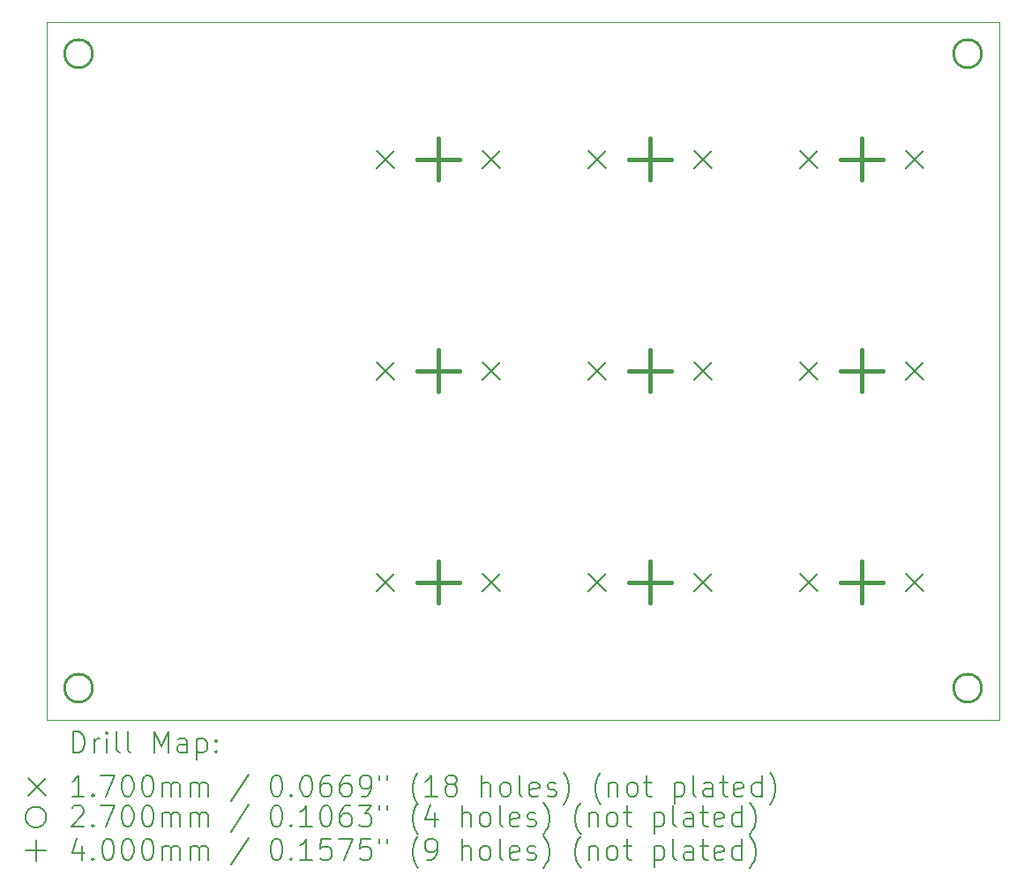
<source format=gbr>
%TF.GenerationSoftware,KiCad,Pcbnew,(6.0.7-1)-1*%
%TF.CreationDate,2022-08-28T23:25:30-04:00*%
%TF.ProjectId,Macro_Keyboard,4d616372-6f5f-44b6-9579-626f6172642e,1*%
%TF.SameCoordinates,Original*%
%TF.FileFunction,Drillmap*%
%TF.FilePolarity,Positive*%
%FSLAX45Y45*%
G04 Gerber Fmt 4.5, Leading zero omitted, Abs format (unit mm)*
G04 Created by KiCad (PCBNEW (6.0.7-1)-1) date 2022-08-28 23:25:30*
%MOMM*%
%LPD*%
G01*
G04 APERTURE LIST*
%ADD10C,0.100000*%
%ADD11C,0.200000*%
%ADD12C,0.170000*%
%ADD13C,0.270000*%
%ADD14C,0.400000*%
G04 APERTURE END LIST*
D10*
X3606800Y-2235200D02*
X12750800Y-2235200D01*
X12750800Y-2235200D02*
X12750800Y-8940800D01*
X12750800Y-8940800D02*
X3606800Y-8940800D01*
X3606800Y-8940800D02*
X3606800Y-2235200D01*
D11*
D12*
X6773000Y-3471000D02*
X6943000Y-3641000D01*
X6943000Y-3471000D02*
X6773000Y-3641000D01*
X6773000Y-5503000D02*
X6943000Y-5673000D01*
X6943000Y-5503000D02*
X6773000Y-5673000D01*
X6773000Y-7535000D02*
X6943000Y-7705000D01*
X6943000Y-7535000D02*
X6773000Y-7705000D01*
X7789000Y-3471000D02*
X7959000Y-3641000D01*
X7959000Y-3471000D02*
X7789000Y-3641000D01*
X7789000Y-5503000D02*
X7959000Y-5673000D01*
X7959000Y-5503000D02*
X7789000Y-5673000D01*
X7789000Y-7535000D02*
X7959000Y-7705000D01*
X7959000Y-7535000D02*
X7789000Y-7705000D01*
X8805000Y-3471000D02*
X8975000Y-3641000D01*
X8975000Y-3471000D02*
X8805000Y-3641000D01*
X8805000Y-5503000D02*
X8975000Y-5673000D01*
X8975000Y-5503000D02*
X8805000Y-5673000D01*
X8805000Y-7535000D02*
X8975000Y-7705000D01*
X8975000Y-7535000D02*
X8805000Y-7705000D01*
X9821000Y-3471000D02*
X9991000Y-3641000D01*
X9991000Y-3471000D02*
X9821000Y-3641000D01*
X9821000Y-5503000D02*
X9991000Y-5673000D01*
X9991000Y-5503000D02*
X9821000Y-5673000D01*
X9821000Y-7535000D02*
X9991000Y-7705000D01*
X9991000Y-7535000D02*
X9821000Y-7705000D01*
X10837000Y-3471000D02*
X11007000Y-3641000D01*
X11007000Y-3471000D02*
X10837000Y-3641000D01*
X10837000Y-5503000D02*
X11007000Y-5673000D01*
X11007000Y-5503000D02*
X10837000Y-5673000D01*
X10837000Y-7535000D02*
X11007000Y-7705000D01*
X11007000Y-7535000D02*
X10837000Y-7705000D01*
X11853000Y-3471000D02*
X12023000Y-3641000D01*
X12023000Y-3471000D02*
X11853000Y-3641000D01*
X11853000Y-5503000D02*
X12023000Y-5673000D01*
X12023000Y-5503000D02*
X11853000Y-5673000D01*
X11853000Y-7535000D02*
X12023000Y-7705000D01*
X12023000Y-7535000D02*
X11853000Y-7705000D01*
D13*
X4046600Y-2540000D02*
G75*
G03*
X4046600Y-2540000I-135000J0D01*
G01*
X4046600Y-8636000D02*
G75*
G03*
X4046600Y-8636000I-135000J0D01*
G01*
X12581000Y-2540000D02*
G75*
G03*
X12581000Y-2540000I-135000J0D01*
G01*
X12581000Y-8636000D02*
G75*
G03*
X12581000Y-8636000I-135000J0D01*
G01*
D14*
X7366000Y-3356000D02*
X7366000Y-3756000D01*
X7166000Y-3556000D02*
X7566000Y-3556000D01*
X7366000Y-5388000D02*
X7366000Y-5788000D01*
X7166000Y-5588000D02*
X7566000Y-5588000D01*
X7366000Y-7420000D02*
X7366000Y-7820000D01*
X7166000Y-7620000D02*
X7566000Y-7620000D01*
X9398000Y-3356000D02*
X9398000Y-3756000D01*
X9198000Y-3556000D02*
X9598000Y-3556000D01*
X9398000Y-5388000D02*
X9398000Y-5788000D01*
X9198000Y-5588000D02*
X9598000Y-5588000D01*
X9398000Y-7420000D02*
X9398000Y-7820000D01*
X9198000Y-7620000D02*
X9598000Y-7620000D01*
X11430000Y-3356000D02*
X11430000Y-3756000D01*
X11230000Y-3556000D02*
X11630000Y-3556000D01*
X11430000Y-5388000D02*
X11430000Y-5788000D01*
X11230000Y-5588000D02*
X11630000Y-5588000D01*
X11430000Y-7420000D02*
X11430000Y-7820000D01*
X11230000Y-7620000D02*
X11630000Y-7620000D01*
D11*
X3859419Y-9256276D02*
X3859419Y-9056276D01*
X3907038Y-9056276D01*
X3935609Y-9065800D01*
X3954657Y-9084848D01*
X3964181Y-9103895D01*
X3973705Y-9141990D01*
X3973705Y-9170562D01*
X3964181Y-9208657D01*
X3954657Y-9227705D01*
X3935609Y-9246752D01*
X3907038Y-9256276D01*
X3859419Y-9256276D01*
X4059419Y-9256276D02*
X4059419Y-9122943D01*
X4059419Y-9161038D02*
X4068943Y-9141990D01*
X4078467Y-9132467D01*
X4097514Y-9122943D01*
X4116562Y-9122943D01*
X4183228Y-9256276D02*
X4183228Y-9122943D01*
X4183228Y-9056276D02*
X4173705Y-9065800D01*
X4183228Y-9075324D01*
X4192752Y-9065800D01*
X4183228Y-9056276D01*
X4183228Y-9075324D01*
X4307038Y-9256276D02*
X4287990Y-9246752D01*
X4278467Y-9227705D01*
X4278467Y-9056276D01*
X4411800Y-9256276D02*
X4392752Y-9246752D01*
X4383229Y-9227705D01*
X4383229Y-9056276D01*
X4640371Y-9256276D02*
X4640371Y-9056276D01*
X4707038Y-9199133D01*
X4773705Y-9056276D01*
X4773705Y-9256276D01*
X4954657Y-9256276D02*
X4954657Y-9151514D01*
X4945133Y-9132467D01*
X4926086Y-9122943D01*
X4887990Y-9122943D01*
X4868943Y-9132467D01*
X4954657Y-9246752D02*
X4935610Y-9256276D01*
X4887990Y-9256276D01*
X4868943Y-9246752D01*
X4859419Y-9227705D01*
X4859419Y-9208657D01*
X4868943Y-9189610D01*
X4887990Y-9180086D01*
X4935610Y-9180086D01*
X4954657Y-9170562D01*
X5049895Y-9122943D02*
X5049895Y-9322943D01*
X5049895Y-9132467D02*
X5068943Y-9122943D01*
X5107038Y-9122943D01*
X5126086Y-9132467D01*
X5135610Y-9141990D01*
X5145133Y-9161038D01*
X5145133Y-9218181D01*
X5135610Y-9237229D01*
X5126086Y-9246752D01*
X5107038Y-9256276D01*
X5068943Y-9256276D01*
X5049895Y-9246752D01*
X5230848Y-9237229D02*
X5240371Y-9246752D01*
X5230848Y-9256276D01*
X5221324Y-9246752D01*
X5230848Y-9237229D01*
X5230848Y-9256276D01*
X5230848Y-9132467D02*
X5240371Y-9141990D01*
X5230848Y-9151514D01*
X5221324Y-9141990D01*
X5230848Y-9132467D01*
X5230848Y-9151514D01*
D12*
X3431800Y-9500800D02*
X3601800Y-9670800D01*
X3601800Y-9500800D02*
X3431800Y-9670800D01*
D11*
X3964181Y-9676276D02*
X3849895Y-9676276D01*
X3907038Y-9676276D02*
X3907038Y-9476276D01*
X3887990Y-9504848D01*
X3868943Y-9523895D01*
X3849895Y-9533419D01*
X4049895Y-9657229D02*
X4059419Y-9666752D01*
X4049895Y-9676276D01*
X4040371Y-9666752D01*
X4049895Y-9657229D01*
X4049895Y-9676276D01*
X4126086Y-9476276D02*
X4259419Y-9476276D01*
X4173705Y-9676276D01*
X4373705Y-9476276D02*
X4392752Y-9476276D01*
X4411800Y-9485800D01*
X4421324Y-9495324D01*
X4430848Y-9514371D01*
X4440371Y-9552467D01*
X4440371Y-9600086D01*
X4430848Y-9638181D01*
X4421324Y-9657229D01*
X4411800Y-9666752D01*
X4392752Y-9676276D01*
X4373705Y-9676276D01*
X4354657Y-9666752D01*
X4345133Y-9657229D01*
X4335610Y-9638181D01*
X4326086Y-9600086D01*
X4326086Y-9552467D01*
X4335610Y-9514371D01*
X4345133Y-9495324D01*
X4354657Y-9485800D01*
X4373705Y-9476276D01*
X4564181Y-9476276D02*
X4583229Y-9476276D01*
X4602276Y-9485800D01*
X4611800Y-9495324D01*
X4621324Y-9514371D01*
X4630848Y-9552467D01*
X4630848Y-9600086D01*
X4621324Y-9638181D01*
X4611800Y-9657229D01*
X4602276Y-9666752D01*
X4583229Y-9676276D01*
X4564181Y-9676276D01*
X4545133Y-9666752D01*
X4535610Y-9657229D01*
X4526086Y-9638181D01*
X4516562Y-9600086D01*
X4516562Y-9552467D01*
X4526086Y-9514371D01*
X4535610Y-9495324D01*
X4545133Y-9485800D01*
X4564181Y-9476276D01*
X4716562Y-9676276D02*
X4716562Y-9542943D01*
X4716562Y-9561990D02*
X4726086Y-9552467D01*
X4745133Y-9542943D01*
X4773705Y-9542943D01*
X4792752Y-9552467D01*
X4802276Y-9571514D01*
X4802276Y-9676276D01*
X4802276Y-9571514D02*
X4811800Y-9552467D01*
X4830848Y-9542943D01*
X4859419Y-9542943D01*
X4878467Y-9552467D01*
X4887990Y-9571514D01*
X4887990Y-9676276D01*
X4983229Y-9676276D02*
X4983229Y-9542943D01*
X4983229Y-9561990D02*
X4992752Y-9552467D01*
X5011800Y-9542943D01*
X5040371Y-9542943D01*
X5059419Y-9552467D01*
X5068943Y-9571514D01*
X5068943Y-9676276D01*
X5068943Y-9571514D02*
X5078467Y-9552467D01*
X5097514Y-9542943D01*
X5126086Y-9542943D01*
X5145133Y-9552467D01*
X5154657Y-9571514D01*
X5154657Y-9676276D01*
X5545133Y-9466752D02*
X5373705Y-9723895D01*
X5802276Y-9476276D02*
X5821324Y-9476276D01*
X5840371Y-9485800D01*
X5849895Y-9495324D01*
X5859419Y-9514371D01*
X5868943Y-9552467D01*
X5868943Y-9600086D01*
X5859419Y-9638181D01*
X5849895Y-9657229D01*
X5840371Y-9666752D01*
X5821324Y-9676276D01*
X5802276Y-9676276D01*
X5783228Y-9666752D01*
X5773705Y-9657229D01*
X5764181Y-9638181D01*
X5754657Y-9600086D01*
X5754657Y-9552467D01*
X5764181Y-9514371D01*
X5773705Y-9495324D01*
X5783228Y-9485800D01*
X5802276Y-9476276D01*
X5954657Y-9657229D02*
X5964181Y-9666752D01*
X5954657Y-9676276D01*
X5945133Y-9666752D01*
X5954657Y-9657229D01*
X5954657Y-9676276D01*
X6087990Y-9476276D02*
X6107038Y-9476276D01*
X6126086Y-9485800D01*
X6135609Y-9495324D01*
X6145133Y-9514371D01*
X6154657Y-9552467D01*
X6154657Y-9600086D01*
X6145133Y-9638181D01*
X6135609Y-9657229D01*
X6126086Y-9666752D01*
X6107038Y-9676276D01*
X6087990Y-9676276D01*
X6068943Y-9666752D01*
X6059419Y-9657229D01*
X6049895Y-9638181D01*
X6040371Y-9600086D01*
X6040371Y-9552467D01*
X6049895Y-9514371D01*
X6059419Y-9495324D01*
X6068943Y-9485800D01*
X6087990Y-9476276D01*
X6326086Y-9476276D02*
X6287990Y-9476276D01*
X6268943Y-9485800D01*
X6259419Y-9495324D01*
X6240371Y-9523895D01*
X6230848Y-9561990D01*
X6230848Y-9638181D01*
X6240371Y-9657229D01*
X6249895Y-9666752D01*
X6268943Y-9676276D01*
X6307038Y-9676276D01*
X6326086Y-9666752D01*
X6335609Y-9657229D01*
X6345133Y-9638181D01*
X6345133Y-9590562D01*
X6335609Y-9571514D01*
X6326086Y-9561990D01*
X6307038Y-9552467D01*
X6268943Y-9552467D01*
X6249895Y-9561990D01*
X6240371Y-9571514D01*
X6230848Y-9590562D01*
X6516562Y-9476276D02*
X6478467Y-9476276D01*
X6459419Y-9485800D01*
X6449895Y-9495324D01*
X6430848Y-9523895D01*
X6421324Y-9561990D01*
X6421324Y-9638181D01*
X6430848Y-9657229D01*
X6440371Y-9666752D01*
X6459419Y-9676276D01*
X6497514Y-9676276D01*
X6516562Y-9666752D01*
X6526086Y-9657229D01*
X6535609Y-9638181D01*
X6535609Y-9590562D01*
X6526086Y-9571514D01*
X6516562Y-9561990D01*
X6497514Y-9552467D01*
X6459419Y-9552467D01*
X6440371Y-9561990D01*
X6430848Y-9571514D01*
X6421324Y-9590562D01*
X6630848Y-9676276D02*
X6668943Y-9676276D01*
X6687990Y-9666752D01*
X6697514Y-9657229D01*
X6716562Y-9628657D01*
X6726086Y-9590562D01*
X6726086Y-9514371D01*
X6716562Y-9495324D01*
X6707038Y-9485800D01*
X6687990Y-9476276D01*
X6649895Y-9476276D01*
X6630848Y-9485800D01*
X6621324Y-9495324D01*
X6611800Y-9514371D01*
X6611800Y-9561990D01*
X6621324Y-9581038D01*
X6630848Y-9590562D01*
X6649895Y-9600086D01*
X6687990Y-9600086D01*
X6707038Y-9590562D01*
X6716562Y-9581038D01*
X6726086Y-9561990D01*
X6802276Y-9476276D02*
X6802276Y-9514371D01*
X6878467Y-9476276D02*
X6878467Y-9514371D01*
X7173705Y-9752467D02*
X7164181Y-9742943D01*
X7145133Y-9714371D01*
X7135609Y-9695324D01*
X7126086Y-9666752D01*
X7116562Y-9619133D01*
X7116562Y-9581038D01*
X7126086Y-9533419D01*
X7135609Y-9504848D01*
X7145133Y-9485800D01*
X7164181Y-9457229D01*
X7173705Y-9447705D01*
X7354657Y-9676276D02*
X7240371Y-9676276D01*
X7297514Y-9676276D02*
X7297514Y-9476276D01*
X7278467Y-9504848D01*
X7259419Y-9523895D01*
X7240371Y-9533419D01*
X7468943Y-9561990D02*
X7449895Y-9552467D01*
X7440371Y-9542943D01*
X7430848Y-9523895D01*
X7430848Y-9514371D01*
X7440371Y-9495324D01*
X7449895Y-9485800D01*
X7468943Y-9476276D01*
X7507038Y-9476276D01*
X7526086Y-9485800D01*
X7535609Y-9495324D01*
X7545133Y-9514371D01*
X7545133Y-9523895D01*
X7535609Y-9542943D01*
X7526086Y-9552467D01*
X7507038Y-9561990D01*
X7468943Y-9561990D01*
X7449895Y-9571514D01*
X7440371Y-9581038D01*
X7430848Y-9600086D01*
X7430848Y-9638181D01*
X7440371Y-9657229D01*
X7449895Y-9666752D01*
X7468943Y-9676276D01*
X7507038Y-9676276D01*
X7526086Y-9666752D01*
X7535609Y-9657229D01*
X7545133Y-9638181D01*
X7545133Y-9600086D01*
X7535609Y-9581038D01*
X7526086Y-9571514D01*
X7507038Y-9561990D01*
X7783228Y-9676276D02*
X7783228Y-9476276D01*
X7868943Y-9676276D02*
X7868943Y-9571514D01*
X7859419Y-9552467D01*
X7840371Y-9542943D01*
X7811800Y-9542943D01*
X7792752Y-9552467D01*
X7783228Y-9561990D01*
X7992752Y-9676276D02*
X7973705Y-9666752D01*
X7964181Y-9657229D01*
X7954657Y-9638181D01*
X7954657Y-9581038D01*
X7964181Y-9561990D01*
X7973705Y-9552467D01*
X7992752Y-9542943D01*
X8021324Y-9542943D01*
X8040371Y-9552467D01*
X8049895Y-9561990D01*
X8059419Y-9581038D01*
X8059419Y-9638181D01*
X8049895Y-9657229D01*
X8040371Y-9666752D01*
X8021324Y-9676276D01*
X7992752Y-9676276D01*
X8173705Y-9676276D02*
X8154657Y-9666752D01*
X8145133Y-9647705D01*
X8145133Y-9476276D01*
X8326086Y-9666752D02*
X8307038Y-9676276D01*
X8268943Y-9676276D01*
X8249895Y-9666752D01*
X8240371Y-9647705D01*
X8240371Y-9571514D01*
X8249895Y-9552467D01*
X8268943Y-9542943D01*
X8307038Y-9542943D01*
X8326086Y-9552467D01*
X8335609Y-9571514D01*
X8335609Y-9590562D01*
X8240371Y-9609610D01*
X8411800Y-9666752D02*
X8430848Y-9676276D01*
X8468943Y-9676276D01*
X8487990Y-9666752D01*
X8497514Y-9647705D01*
X8497514Y-9638181D01*
X8487990Y-9619133D01*
X8468943Y-9609610D01*
X8440371Y-9609610D01*
X8421324Y-9600086D01*
X8411800Y-9581038D01*
X8411800Y-9571514D01*
X8421324Y-9552467D01*
X8440371Y-9542943D01*
X8468943Y-9542943D01*
X8487990Y-9552467D01*
X8564181Y-9752467D02*
X8573705Y-9742943D01*
X8592752Y-9714371D01*
X8602276Y-9695324D01*
X8611800Y-9666752D01*
X8621324Y-9619133D01*
X8621324Y-9581038D01*
X8611800Y-9533419D01*
X8602276Y-9504848D01*
X8592752Y-9485800D01*
X8573705Y-9457229D01*
X8564181Y-9447705D01*
X8926086Y-9752467D02*
X8916562Y-9742943D01*
X8897514Y-9714371D01*
X8887990Y-9695324D01*
X8878467Y-9666752D01*
X8868943Y-9619133D01*
X8868943Y-9581038D01*
X8878467Y-9533419D01*
X8887990Y-9504848D01*
X8897514Y-9485800D01*
X8916562Y-9457229D01*
X8926086Y-9447705D01*
X9002276Y-9542943D02*
X9002276Y-9676276D01*
X9002276Y-9561990D02*
X9011800Y-9552467D01*
X9030848Y-9542943D01*
X9059419Y-9542943D01*
X9078467Y-9552467D01*
X9087990Y-9571514D01*
X9087990Y-9676276D01*
X9211800Y-9676276D02*
X9192752Y-9666752D01*
X9183229Y-9657229D01*
X9173705Y-9638181D01*
X9173705Y-9581038D01*
X9183229Y-9561990D01*
X9192752Y-9552467D01*
X9211800Y-9542943D01*
X9240371Y-9542943D01*
X9259419Y-9552467D01*
X9268943Y-9561990D01*
X9278467Y-9581038D01*
X9278467Y-9638181D01*
X9268943Y-9657229D01*
X9259419Y-9666752D01*
X9240371Y-9676276D01*
X9211800Y-9676276D01*
X9335610Y-9542943D02*
X9411800Y-9542943D01*
X9364181Y-9476276D02*
X9364181Y-9647705D01*
X9373705Y-9666752D01*
X9392752Y-9676276D01*
X9411800Y-9676276D01*
X9630848Y-9542943D02*
X9630848Y-9742943D01*
X9630848Y-9552467D02*
X9649895Y-9542943D01*
X9687990Y-9542943D01*
X9707038Y-9552467D01*
X9716562Y-9561990D01*
X9726086Y-9581038D01*
X9726086Y-9638181D01*
X9716562Y-9657229D01*
X9707038Y-9666752D01*
X9687990Y-9676276D01*
X9649895Y-9676276D01*
X9630848Y-9666752D01*
X9840371Y-9676276D02*
X9821324Y-9666752D01*
X9811800Y-9647705D01*
X9811800Y-9476276D01*
X10002276Y-9676276D02*
X10002276Y-9571514D01*
X9992752Y-9552467D01*
X9973705Y-9542943D01*
X9935610Y-9542943D01*
X9916562Y-9552467D01*
X10002276Y-9666752D02*
X9983229Y-9676276D01*
X9935610Y-9676276D01*
X9916562Y-9666752D01*
X9907038Y-9647705D01*
X9907038Y-9628657D01*
X9916562Y-9609610D01*
X9935610Y-9600086D01*
X9983229Y-9600086D01*
X10002276Y-9590562D01*
X10068943Y-9542943D02*
X10145133Y-9542943D01*
X10097514Y-9476276D02*
X10097514Y-9647705D01*
X10107038Y-9666752D01*
X10126086Y-9676276D01*
X10145133Y-9676276D01*
X10287990Y-9666752D02*
X10268943Y-9676276D01*
X10230848Y-9676276D01*
X10211800Y-9666752D01*
X10202276Y-9647705D01*
X10202276Y-9571514D01*
X10211800Y-9552467D01*
X10230848Y-9542943D01*
X10268943Y-9542943D01*
X10287990Y-9552467D01*
X10297514Y-9571514D01*
X10297514Y-9590562D01*
X10202276Y-9609610D01*
X10468943Y-9676276D02*
X10468943Y-9476276D01*
X10468943Y-9666752D02*
X10449895Y-9676276D01*
X10411800Y-9676276D01*
X10392752Y-9666752D01*
X10383229Y-9657229D01*
X10373705Y-9638181D01*
X10373705Y-9581038D01*
X10383229Y-9561990D01*
X10392752Y-9552467D01*
X10411800Y-9542943D01*
X10449895Y-9542943D01*
X10468943Y-9552467D01*
X10545133Y-9752467D02*
X10554657Y-9742943D01*
X10573705Y-9714371D01*
X10583229Y-9695324D01*
X10592752Y-9666752D01*
X10602276Y-9619133D01*
X10602276Y-9581038D01*
X10592752Y-9533419D01*
X10583229Y-9504848D01*
X10573705Y-9485800D01*
X10554657Y-9457229D01*
X10545133Y-9447705D01*
X3601800Y-9875800D02*
G75*
G03*
X3601800Y-9875800I-100000J0D01*
G01*
X3849895Y-9785324D02*
X3859419Y-9775800D01*
X3878467Y-9766276D01*
X3926086Y-9766276D01*
X3945133Y-9775800D01*
X3954657Y-9785324D01*
X3964181Y-9804371D01*
X3964181Y-9823419D01*
X3954657Y-9851990D01*
X3840371Y-9966276D01*
X3964181Y-9966276D01*
X4049895Y-9947229D02*
X4059419Y-9956752D01*
X4049895Y-9966276D01*
X4040371Y-9956752D01*
X4049895Y-9947229D01*
X4049895Y-9966276D01*
X4126086Y-9766276D02*
X4259419Y-9766276D01*
X4173705Y-9966276D01*
X4373705Y-9766276D02*
X4392752Y-9766276D01*
X4411800Y-9775800D01*
X4421324Y-9785324D01*
X4430848Y-9804371D01*
X4440371Y-9842467D01*
X4440371Y-9890086D01*
X4430848Y-9928181D01*
X4421324Y-9947229D01*
X4411800Y-9956752D01*
X4392752Y-9966276D01*
X4373705Y-9966276D01*
X4354657Y-9956752D01*
X4345133Y-9947229D01*
X4335610Y-9928181D01*
X4326086Y-9890086D01*
X4326086Y-9842467D01*
X4335610Y-9804371D01*
X4345133Y-9785324D01*
X4354657Y-9775800D01*
X4373705Y-9766276D01*
X4564181Y-9766276D02*
X4583229Y-9766276D01*
X4602276Y-9775800D01*
X4611800Y-9785324D01*
X4621324Y-9804371D01*
X4630848Y-9842467D01*
X4630848Y-9890086D01*
X4621324Y-9928181D01*
X4611800Y-9947229D01*
X4602276Y-9956752D01*
X4583229Y-9966276D01*
X4564181Y-9966276D01*
X4545133Y-9956752D01*
X4535610Y-9947229D01*
X4526086Y-9928181D01*
X4516562Y-9890086D01*
X4516562Y-9842467D01*
X4526086Y-9804371D01*
X4535610Y-9785324D01*
X4545133Y-9775800D01*
X4564181Y-9766276D01*
X4716562Y-9966276D02*
X4716562Y-9832943D01*
X4716562Y-9851990D02*
X4726086Y-9842467D01*
X4745133Y-9832943D01*
X4773705Y-9832943D01*
X4792752Y-9842467D01*
X4802276Y-9861514D01*
X4802276Y-9966276D01*
X4802276Y-9861514D02*
X4811800Y-9842467D01*
X4830848Y-9832943D01*
X4859419Y-9832943D01*
X4878467Y-9842467D01*
X4887990Y-9861514D01*
X4887990Y-9966276D01*
X4983229Y-9966276D02*
X4983229Y-9832943D01*
X4983229Y-9851990D02*
X4992752Y-9842467D01*
X5011800Y-9832943D01*
X5040371Y-9832943D01*
X5059419Y-9842467D01*
X5068943Y-9861514D01*
X5068943Y-9966276D01*
X5068943Y-9861514D02*
X5078467Y-9842467D01*
X5097514Y-9832943D01*
X5126086Y-9832943D01*
X5145133Y-9842467D01*
X5154657Y-9861514D01*
X5154657Y-9966276D01*
X5545133Y-9756752D02*
X5373705Y-10013895D01*
X5802276Y-9766276D02*
X5821324Y-9766276D01*
X5840371Y-9775800D01*
X5849895Y-9785324D01*
X5859419Y-9804371D01*
X5868943Y-9842467D01*
X5868943Y-9890086D01*
X5859419Y-9928181D01*
X5849895Y-9947229D01*
X5840371Y-9956752D01*
X5821324Y-9966276D01*
X5802276Y-9966276D01*
X5783228Y-9956752D01*
X5773705Y-9947229D01*
X5764181Y-9928181D01*
X5754657Y-9890086D01*
X5754657Y-9842467D01*
X5764181Y-9804371D01*
X5773705Y-9785324D01*
X5783228Y-9775800D01*
X5802276Y-9766276D01*
X5954657Y-9947229D02*
X5964181Y-9956752D01*
X5954657Y-9966276D01*
X5945133Y-9956752D01*
X5954657Y-9947229D01*
X5954657Y-9966276D01*
X6154657Y-9966276D02*
X6040371Y-9966276D01*
X6097514Y-9966276D02*
X6097514Y-9766276D01*
X6078467Y-9794848D01*
X6059419Y-9813895D01*
X6040371Y-9823419D01*
X6278467Y-9766276D02*
X6297514Y-9766276D01*
X6316562Y-9775800D01*
X6326086Y-9785324D01*
X6335609Y-9804371D01*
X6345133Y-9842467D01*
X6345133Y-9890086D01*
X6335609Y-9928181D01*
X6326086Y-9947229D01*
X6316562Y-9956752D01*
X6297514Y-9966276D01*
X6278467Y-9966276D01*
X6259419Y-9956752D01*
X6249895Y-9947229D01*
X6240371Y-9928181D01*
X6230848Y-9890086D01*
X6230848Y-9842467D01*
X6240371Y-9804371D01*
X6249895Y-9785324D01*
X6259419Y-9775800D01*
X6278467Y-9766276D01*
X6516562Y-9766276D02*
X6478467Y-9766276D01*
X6459419Y-9775800D01*
X6449895Y-9785324D01*
X6430848Y-9813895D01*
X6421324Y-9851990D01*
X6421324Y-9928181D01*
X6430848Y-9947229D01*
X6440371Y-9956752D01*
X6459419Y-9966276D01*
X6497514Y-9966276D01*
X6516562Y-9956752D01*
X6526086Y-9947229D01*
X6535609Y-9928181D01*
X6535609Y-9880562D01*
X6526086Y-9861514D01*
X6516562Y-9851990D01*
X6497514Y-9842467D01*
X6459419Y-9842467D01*
X6440371Y-9851990D01*
X6430848Y-9861514D01*
X6421324Y-9880562D01*
X6602276Y-9766276D02*
X6726086Y-9766276D01*
X6659419Y-9842467D01*
X6687990Y-9842467D01*
X6707038Y-9851990D01*
X6716562Y-9861514D01*
X6726086Y-9880562D01*
X6726086Y-9928181D01*
X6716562Y-9947229D01*
X6707038Y-9956752D01*
X6687990Y-9966276D01*
X6630848Y-9966276D01*
X6611800Y-9956752D01*
X6602276Y-9947229D01*
X6802276Y-9766276D02*
X6802276Y-9804371D01*
X6878467Y-9766276D02*
X6878467Y-9804371D01*
X7173705Y-10042467D02*
X7164181Y-10032943D01*
X7145133Y-10004371D01*
X7135609Y-9985324D01*
X7126086Y-9956752D01*
X7116562Y-9909133D01*
X7116562Y-9871038D01*
X7126086Y-9823419D01*
X7135609Y-9794848D01*
X7145133Y-9775800D01*
X7164181Y-9747229D01*
X7173705Y-9737705D01*
X7335609Y-9832943D02*
X7335609Y-9966276D01*
X7287990Y-9756752D02*
X7240371Y-9899610D01*
X7364181Y-9899610D01*
X7592752Y-9966276D02*
X7592752Y-9766276D01*
X7678467Y-9966276D02*
X7678467Y-9861514D01*
X7668943Y-9842467D01*
X7649895Y-9832943D01*
X7621324Y-9832943D01*
X7602276Y-9842467D01*
X7592752Y-9851990D01*
X7802276Y-9966276D02*
X7783228Y-9956752D01*
X7773705Y-9947229D01*
X7764181Y-9928181D01*
X7764181Y-9871038D01*
X7773705Y-9851990D01*
X7783228Y-9842467D01*
X7802276Y-9832943D01*
X7830848Y-9832943D01*
X7849895Y-9842467D01*
X7859419Y-9851990D01*
X7868943Y-9871038D01*
X7868943Y-9928181D01*
X7859419Y-9947229D01*
X7849895Y-9956752D01*
X7830848Y-9966276D01*
X7802276Y-9966276D01*
X7983228Y-9966276D02*
X7964181Y-9956752D01*
X7954657Y-9937705D01*
X7954657Y-9766276D01*
X8135609Y-9956752D02*
X8116562Y-9966276D01*
X8078467Y-9966276D01*
X8059419Y-9956752D01*
X8049895Y-9937705D01*
X8049895Y-9861514D01*
X8059419Y-9842467D01*
X8078467Y-9832943D01*
X8116562Y-9832943D01*
X8135609Y-9842467D01*
X8145133Y-9861514D01*
X8145133Y-9880562D01*
X8049895Y-9899610D01*
X8221324Y-9956752D02*
X8240371Y-9966276D01*
X8278467Y-9966276D01*
X8297514Y-9956752D01*
X8307038Y-9937705D01*
X8307038Y-9928181D01*
X8297514Y-9909133D01*
X8278467Y-9899610D01*
X8249895Y-9899610D01*
X8230848Y-9890086D01*
X8221324Y-9871038D01*
X8221324Y-9861514D01*
X8230848Y-9842467D01*
X8249895Y-9832943D01*
X8278467Y-9832943D01*
X8297514Y-9842467D01*
X8373705Y-10042467D02*
X8383228Y-10032943D01*
X8402276Y-10004371D01*
X8411800Y-9985324D01*
X8421324Y-9956752D01*
X8430848Y-9909133D01*
X8430848Y-9871038D01*
X8421324Y-9823419D01*
X8411800Y-9794848D01*
X8402276Y-9775800D01*
X8383228Y-9747229D01*
X8373705Y-9737705D01*
X8735610Y-10042467D02*
X8726086Y-10032943D01*
X8707038Y-10004371D01*
X8697514Y-9985324D01*
X8687990Y-9956752D01*
X8678467Y-9909133D01*
X8678467Y-9871038D01*
X8687990Y-9823419D01*
X8697514Y-9794848D01*
X8707038Y-9775800D01*
X8726086Y-9747229D01*
X8735610Y-9737705D01*
X8811800Y-9832943D02*
X8811800Y-9966276D01*
X8811800Y-9851990D02*
X8821324Y-9842467D01*
X8840371Y-9832943D01*
X8868943Y-9832943D01*
X8887990Y-9842467D01*
X8897514Y-9861514D01*
X8897514Y-9966276D01*
X9021324Y-9966276D02*
X9002276Y-9956752D01*
X8992752Y-9947229D01*
X8983229Y-9928181D01*
X8983229Y-9871038D01*
X8992752Y-9851990D01*
X9002276Y-9842467D01*
X9021324Y-9832943D01*
X9049895Y-9832943D01*
X9068943Y-9842467D01*
X9078467Y-9851990D01*
X9087990Y-9871038D01*
X9087990Y-9928181D01*
X9078467Y-9947229D01*
X9068943Y-9956752D01*
X9049895Y-9966276D01*
X9021324Y-9966276D01*
X9145133Y-9832943D02*
X9221324Y-9832943D01*
X9173705Y-9766276D02*
X9173705Y-9937705D01*
X9183229Y-9956752D01*
X9202276Y-9966276D01*
X9221324Y-9966276D01*
X9440371Y-9832943D02*
X9440371Y-10032943D01*
X9440371Y-9842467D02*
X9459419Y-9832943D01*
X9497514Y-9832943D01*
X9516562Y-9842467D01*
X9526086Y-9851990D01*
X9535610Y-9871038D01*
X9535610Y-9928181D01*
X9526086Y-9947229D01*
X9516562Y-9956752D01*
X9497514Y-9966276D01*
X9459419Y-9966276D01*
X9440371Y-9956752D01*
X9649895Y-9966276D02*
X9630848Y-9956752D01*
X9621324Y-9937705D01*
X9621324Y-9766276D01*
X9811800Y-9966276D02*
X9811800Y-9861514D01*
X9802276Y-9842467D01*
X9783229Y-9832943D01*
X9745133Y-9832943D01*
X9726086Y-9842467D01*
X9811800Y-9956752D02*
X9792752Y-9966276D01*
X9745133Y-9966276D01*
X9726086Y-9956752D01*
X9716562Y-9937705D01*
X9716562Y-9918657D01*
X9726086Y-9899610D01*
X9745133Y-9890086D01*
X9792752Y-9890086D01*
X9811800Y-9880562D01*
X9878467Y-9832943D02*
X9954657Y-9832943D01*
X9907038Y-9766276D02*
X9907038Y-9937705D01*
X9916562Y-9956752D01*
X9935610Y-9966276D01*
X9954657Y-9966276D01*
X10097514Y-9956752D02*
X10078467Y-9966276D01*
X10040371Y-9966276D01*
X10021324Y-9956752D01*
X10011800Y-9937705D01*
X10011800Y-9861514D01*
X10021324Y-9842467D01*
X10040371Y-9832943D01*
X10078467Y-9832943D01*
X10097514Y-9842467D01*
X10107038Y-9861514D01*
X10107038Y-9880562D01*
X10011800Y-9899610D01*
X10278467Y-9966276D02*
X10278467Y-9766276D01*
X10278467Y-9956752D02*
X10259419Y-9966276D01*
X10221324Y-9966276D01*
X10202276Y-9956752D01*
X10192752Y-9947229D01*
X10183229Y-9928181D01*
X10183229Y-9871038D01*
X10192752Y-9851990D01*
X10202276Y-9842467D01*
X10221324Y-9832943D01*
X10259419Y-9832943D01*
X10278467Y-9842467D01*
X10354657Y-10042467D02*
X10364181Y-10032943D01*
X10383229Y-10004371D01*
X10392752Y-9985324D01*
X10402276Y-9956752D01*
X10411800Y-9909133D01*
X10411800Y-9871038D01*
X10402276Y-9823419D01*
X10392752Y-9794848D01*
X10383229Y-9775800D01*
X10364181Y-9747229D01*
X10354657Y-9737705D01*
X3501800Y-10095800D02*
X3501800Y-10295800D01*
X3401800Y-10195800D02*
X3601800Y-10195800D01*
X3945133Y-10152943D02*
X3945133Y-10286276D01*
X3897514Y-10076752D02*
X3849895Y-10219610D01*
X3973705Y-10219610D01*
X4049895Y-10267229D02*
X4059419Y-10276752D01*
X4049895Y-10286276D01*
X4040371Y-10276752D01*
X4049895Y-10267229D01*
X4049895Y-10286276D01*
X4183228Y-10086276D02*
X4202276Y-10086276D01*
X4221324Y-10095800D01*
X4230848Y-10105324D01*
X4240371Y-10124371D01*
X4249895Y-10162467D01*
X4249895Y-10210086D01*
X4240371Y-10248181D01*
X4230848Y-10267229D01*
X4221324Y-10276752D01*
X4202276Y-10286276D01*
X4183228Y-10286276D01*
X4164181Y-10276752D01*
X4154657Y-10267229D01*
X4145133Y-10248181D01*
X4135609Y-10210086D01*
X4135609Y-10162467D01*
X4145133Y-10124371D01*
X4154657Y-10105324D01*
X4164181Y-10095800D01*
X4183228Y-10086276D01*
X4373705Y-10086276D02*
X4392752Y-10086276D01*
X4411800Y-10095800D01*
X4421324Y-10105324D01*
X4430848Y-10124371D01*
X4440371Y-10162467D01*
X4440371Y-10210086D01*
X4430848Y-10248181D01*
X4421324Y-10267229D01*
X4411800Y-10276752D01*
X4392752Y-10286276D01*
X4373705Y-10286276D01*
X4354657Y-10276752D01*
X4345133Y-10267229D01*
X4335610Y-10248181D01*
X4326086Y-10210086D01*
X4326086Y-10162467D01*
X4335610Y-10124371D01*
X4345133Y-10105324D01*
X4354657Y-10095800D01*
X4373705Y-10086276D01*
X4564181Y-10086276D02*
X4583229Y-10086276D01*
X4602276Y-10095800D01*
X4611800Y-10105324D01*
X4621324Y-10124371D01*
X4630848Y-10162467D01*
X4630848Y-10210086D01*
X4621324Y-10248181D01*
X4611800Y-10267229D01*
X4602276Y-10276752D01*
X4583229Y-10286276D01*
X4564181Y-10286276D01*
X4545133Y-10276752D01*
X4535610Y-10267229D01*
X4526086Y-10248181D01*
X4516562Y-10210086D01*
X4516562Y-10162467D01*
X4526086Y-10124371D01*
X4535610Y-10105324D01*
X4545133Y-10095800D01*
X4564181Y-10086276D01*
X4716562Y-10286276D02*
X4716562Y-10152943D01*
X4716562Y-10171990D02*
X4726086Y-10162467D01*
X4745133Y-10152943D01*
X4773705Y-10152943D01*
X4792752Y-10162467D01*
X4802276Y-10181514D01*
X4802276Y-10286276D01*
X4802276Y-10181514D02*
X4811800Y-10162467D01*
X4830848Y-10152943D01*
X4859419Y-10152943D01*
X4878467Y-10162467D01*
X4887990Y-10181514D01*
X4887990Y-10286276D01*
X4983229Y-10286276D02*
X4983229Y-10152943D01*
X4983229Y-10171990D02*
X4992752Y-10162467D01*
X5011800Y-10152943D01*
X5040371Y-10152943D01*
X5059419Y-10162467D01*
X5068943Y-10181514D01*
X5068943Y-10286276D01*
X5068943Y-10181514D02*
X5078467Y-10162467D01*
X5097514Y-10152943D01*
X5126086Y-10152943D01*
X5145133Y-10162467D01*
X5154657Y-10181514D01*
X5154657Y-10286276D01*
X5545133Y-10076752D02*
X5373705Y-10333895D01*
X5802276Y-10086276D02*
X5821324Y-10086276D01*
X5840371Y-10095800D01*
X5849895Y-10105324D01*
X5859419Y-10124371D01*
X5868943Y-10162467D01*
X5868943Y-10210086D01*
X5859419Y-10248181D01*
X5849895Y-10267229D01*
X5840371Y-10276752D01*
X5821324Y-10286276D01*
X5802276Y-10286276D01*
X5783228Y-10276752D01*
X5773705Y-10267229D01*
X5764181Y-10248181D01*
X5754657Y-10210086D01*
X5754657Y-10162467D01*
X5764181Y-10124371D01*
X5773705Y-10105324D01*
X5783228Y-10095800D01*
X5802276Y-10086276D01*
X5954657Y-10267229D02*
X5964181Y-10276752D01*
X5954657Y-10286276D01*
X5945133Y-10276752D01*
X5954657Y-10267229D01*
X5954657Y-10286276D01*
X6154657Y-10286276D02*
X6040371Y-10286276D01*
X6097514Y-10286276D02*
X6097514Y-10086276D01*
X6078467Y-10114848D01*
X6059419Y-10133895D01*
X6040371Y-10143419D01*
X6335609Y-10086276D02*
X6240371Y-10086276D01*
X6230848Y-10181514D01*
X6240371Y-10171990D01*
X6259419Y-10162467D01*
X6307038Y-10162467D01*
X6326086Y-10171990D01*
X6335609Y-10181514D01*
X6345133Y-10200562D01*
X6345133Y-10248181D01*
X6335609Y-10267229D01*
X6326086Y-10276752D01*
X6307038Y-10286276D01*
X6259419Y-10286276D01*
X6240371Y-10276752D01*
X6230848Y-10267229D01*
X6411800Y-10086276D02*
X6545133Y-10086276D01*
X6459419Y-10286276D01*
X6716562Y-10086276D02*
X6621324Y-10086276D01*
X6611800Y-10181514D01*
X6621324Y-10171990D01*
X6640371Y-10162467D01*
X6687990Y-10162467D01*
X6707038Y-10171990D01*
X6716562Y-10181514D01*
X6726086Y-10200562D01*
X6726086Y-10248181D01*
X6716562Y-10267229D01*
X6707038Y-10276752D01*
X6687990Y-10286276D01*
X6640371Y-10286276D01*
X6621324Y-10276752D01*
X6611800Y-10267229D01*
X6802276Y-10086276D02*
X6802276Y-10124371D01*
X6878467Y-10086276D02*
X6878467Y-10124371D01*
X7173705Y-10362467D02*
X7164181Y-10352943D01*
X7145133Y-10324371D01*
X7135609Y-10305324D01*
X7126086Y-10276752D01*
X7116562Y-10229133D01*
X7116562Y-10191038D01*
X7126086Y-10143419D01*
X7135609Y-10114848D01*
X7145133Y-10095800D01*
X7164181Y-10067229D01*
X7173705Y-10057705D01*
X7259419Y-10286276D02*
X7297514Y-10286276D01*
X7316562Y-10276752D01*
X7326086Y-10267229D01*
X7345133Y-10238657D01*
X7354657Y-10200562D01*
X7354657Y-10124371D01*
X7345133Y-10105324D01*
X7335609Y-10095800D01*
X7316562Y-10086276D01*
X7278467Y-10086276D01*
X7259419Y-10095800D01*
X7249895Y-10105324D01*
X7240371Y-10124371D01*
X7240371Y-10171990D01*
X7249895Y-10191038D01*
X7259419Y-10200562D01*
X7278467Y-10210086D01*
X7316562Y-10210086D01*
X7335609Y-10200562D01*
X7345133Y-10191038D01*
X7354657Y-10171990D01*
X7592752Y-10286276D02*
X7592752Y-10086276D01*
X7678467Y-10286276D02*
X7678467Y-10181514D01*
X7668943Y-10162467D01*
X7649895Y-10152943D01*
X7621324Y-10152943D01*
X7602276Y-10162467D01*
X7592752Y-10171990D01*
X7802276Y-10286276D02*
X7783228Y-10276752D01*
X7773705Y-10267229D01*
X7764181Y-10248181D01*
X7764181Y-10191038D01*
X7773705Y-10171990D01*
X7783228Y-10162467D01*
X7802276Y-10152943D01*
X7830848Y-10152943D01*
X7849895Y-10162467D01*
X7859419Y-10171990D01*
X7868943Y-10191038D01*
X7868943Y-10248181D01*
X7859419Y-10267229D01*
X7849895Y-10276752D01*
X7830848Y-10286276D01*
X7802276Y-10286276D01*
X7983228Y-10286276D02*
X7964181Y-10276752D01*
X7954657Y-10257705D01*
X7954657Y-10086276D01*
X8135609Y-10276752D02*
X8116562Y-10286276D01*
X8078467Y-10286276D01*
X8059419Y-10276752D01*
X8049895Y-10257705D01*
X8049895Y-10181514D01*
X8059419Y-10162467D01*
X8078467Y-10152943D01*
X8116562Y-10152943D01*
X8135609Y-10162467D01*
X8145133Y-10181514D01*
X8145133Y-10200562D01*
X8049895Y-10219610D01*
X8221324Y-10276752D02*
X8240371Y-10286276D01*
X8278467Y-10286276D01*
X8297514Y-10276752D01*
X8307038Y-10257705D01*
X8307038Y-10248181D01*
X8297514Y-10229133D01*
X8278467Y-10219610D01*
X8249895Y-10219610D01*
X8230848Y-10210086D01*
X8221324Y-10191038D01*
X8221324Y-10181514D01*
X8230848Y-10162467D01*
X8249895Y-10152943D01*
X8278467Y-10152943D01*
X8297514Y-10162467D01*
X8373705Y-10362467D02*
X8383228Y-10352943D01*
X8402276Y-10324371D01*
X8411800Y-10305324D01*
X8421324Y-10276752D01*
X8430848Y-10229133D01*
X8430848Y-10191038D01*
X8421324Y-10143419D01*
X8411800Y-10114848D01*
X8402276Y-10095800D01*
X8383228Y-10067229D01*
X8373705Y-10057705D01*
X8735610Y-10362467D02*
X8726086Y-10352943D01*
X8707038Y-10324371D01*
X8697514Y-10305324D01*
X8687990Y-10276752D01*
X8678467Y-10229133D01*
X8678467Y-10191038D01*
X8687990Y-10143419D01*
X8697514Y-10114848D01*
X8707038Y-10095800D01*
X8726086Y-10067229D01*
X8735610Y-10057705D01*
X8811800Y-10152943D02*
X8811800Y-10286276D01*
X8811800Y-10171990D02*
X8821324Y-10162467D01*
X8840371Y-10152943D01*
X8868943Y-10152943D01*
X8887990Y-10162467D01*
X8897514Y-10181514D01*
X8897514Y-10286276D01*
X9021324Y-10286276D02*
X9002276Y-10276752D01*
X8992752Y-10267229D01*
X8983229Y-10248181D01*
X8983229Y-10191038D01*
X8992752Y-10171990D01*
X9002276Y-10162467D01*
X9021324Y-10152943D01*
X9049895Y-10152943D01*
X9068943Y-10162467D01*
X9078467Y-10171990D01*
X9087990Y-10191038D01*
X9087990Y-10248181D01*
X9078467Y-10267229D01*
X9068943Y-10276752D01*
X9049895Y-10286276D01*
X9021324Y-10286276D01*
X9145133Y-10152943D02*
X9221324Y-10152943D01*
X9173705Y-10086276D02*
X9173705Y-10257705D01*
X9183229Y-10276752D01*
X9202276Y-10286276D01*
X9221324Y-10286276D01*
X9440371Y-10152943D02*
X9440371Y-10352943D01*
X9440371Y-10162467D02*
X9459419Y-10152943D01*
X9497514Y-10152943D01*
X9516562Y-10162467D01*
X9526086Y-10171990D01*
X9535610Y-10191038D01*
X9535610Y-10248181D01*
X9526086Y-10267229D01*
X9516562Y-10276752D01*
X9497514Y-10286276D01*
X9459419Y-10286276D01*
X9440371Y-10276752D01*
X9649895Y-10286276D02*
X9630848Y-10276752D01*
X9621324Y-10257705D01*
X9621324Y-10086276D01*
X9811800Y-10286276D02*
X9811800Y-10181514D01*
X9802276Y-10162467D01*
X9783229Y-10152943D01*
X9745133Y-10152943D01*
X9726086Y-10162467D01*
X9811800Y-10276752D02*
X9792752Y-10286276D01*
X9745133Y-10286276D01*
X9726086Y-10276752D01*
X9716562Y-10257705D01*
X9716562Y-10238657D01*
X9726086Y-10219610D01*
X9745133Y-10210086D01*
X9792752Y-10210086D01*
X9811800Y-10200562D01*
X9878467Y-10152943D02*
X9954657Y-10152943D01*
X9907038Y-10086276D02*
X9907038Y-10257705D01*
X9916562Y-10276752D01*
X9935610Y-10286276D01*
X9954657Y-10286276D01*
X10097514Y-10276752D02*
X10078467Y-10286276D01*
X10040371Y-10286276D01*
X10021324Y-10276752D01*
X10011800Y-10257705D01*
X10011800Y-10181514D01*
X10021324Y-10162467D01*
X10040371Y-10152943D01*
X10078467Y-10152943D01*
X10097514Y-10162467D01*
X10107038Y-10181514D01*
X10107038Y-10200562D01*
X10011800Y-10219610D01*
X10278467Y-10286276D02*
X10278467Y-10086276D01*
X10278467Y-10276752D02*
X10259419Y-10286276D01*
X10221324Y-10286276D01*
X10202276Y-10276752D01*
X10192752Y-10267229D01*
X10183229Y-10248181D01*
X10183229Y-10191038D01*
X10192752Y-10171990D01*
X10202276Y-10162467D01*
X10221324Y-10152943D01*
X10259419Y-10152943D01*
X10278467Y-10162467D01*
X10354657Y-10362467D02*
X10364181Y-10352943D01*
X10383229Y-10324371D01*
X10392752Y-10305324D01*
X10402276Y-10276752D01*
X10411800Y-10229133D01*
X10411800Y-10191038D01*
X10402276Y-10143419D01*
X10392752Y-10114848D01*
X10383229Y-10095800D01*
X10364181Y-10067229D01*
X10354657Y-10057705D01*
M02*

</source>
